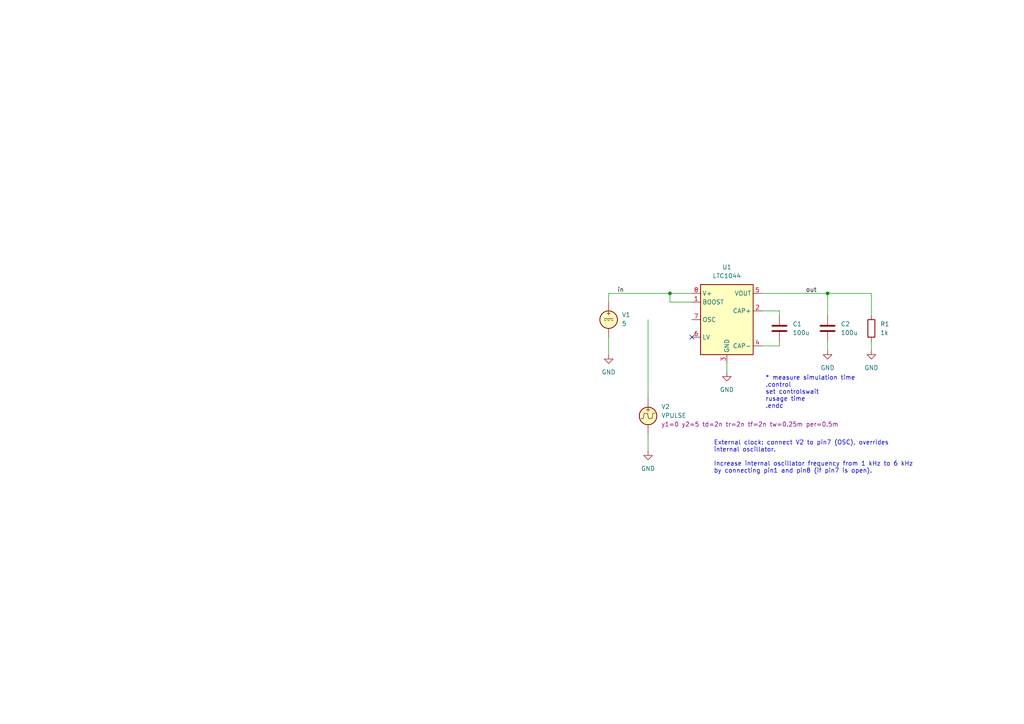
<source format=kicad_sch>
(kicad_sch (version 20231120) (generator "eeschema") (generator_version "8.0")
  (paper "A4")
  (lib_symbols
    (symbol "Device:C" (pin_numbers hide) (pin_names (offset 0.254))
      (property "Reference" "C" (at 0.635 2.54 0))
      (property "Value" "C" (at 0.635 -2.54 0))
      (symbol "C_0_1"
        (polyline (pts (xy -2.032 -0.762) (xy 2.032 -0.762)) (stroke (width 0.508)))
        (polyline (pts (xy -2.032 0.762) (xy 2.032 0.762)) (stroke (width 0.508)))
      )
      (symbol "C_1_1"
        (pin passive line (at 0 3.81 270) (length 2.794) (name "~") (number "1"))
        (pin passive line (at 0 -3.81 90) (length 2.794) (name "~") (number "2"))
      )
    )
    (symbol "Device:R" (pin_numbers hide) (pin_names (offset 0))
      (property "Reference" "R" (at 2.032 0 90))
      (property "Value" "R" (at 0 0 90))
      (symbol "R_0_1"
        (rectangle (start -1.016 -2.54) (end 1.016 2.54) (stroke (width 0.254)))
      )
      (symbol "R_1_1"
        (pin passive line (at 0 3.81 270) (length 1.27) (name "~") (number "1"))
        (pin passive line (at 0 -3.81 90) (length 1.27) (name "~") (number "2"))
      )
    )
    (symbol "Regulator_SwitchedCapacitor:LTC1044"
      (property "Reference" "U" (at -6.35 11.43 0))
      (property "Value" "LTC1044" (at 3.81 11.43 0))
      (symbol "LTC1044_0_1"
        (rectangle (start -7.62 10.16) (end 7.62 -10.16) (stroke (width 0.254)) (fill (type background)))
      )
      (symbol "LTC1044_1_1"
        (pin input line (at -10.16 5.08 0) (length 2.54) (name "BOOST") (number "1"))
        (pin input line (at 10.16 2.54 180) (length 2.54) (name "CAP+") (number "2"))
        (pin power_in line (at 0 -12.7 90) (length 2.54) (name "GND") (number "3"))
        (pin input line (at 10.16 -7.62 180) (length 2.54) (name "CAP-") (number "4"))
        (pin power_out line (at 10.16 7.62 180) (length 2.54) (name "VOUT") (number "5"))
        (pin input line (at -10.16 -5.08 0) (length 2.54) (name "LV") (number "6"))
        (pin input line (at -10.16 0 0) (length 2.54) (name "OSC") (number "7"))
        (pin power_in line (at -10.16 7.62 0) (length 2.54) (name "V+") (number "8"))
      )
    )
    (symbol "Simulation_SPICE:VDC" (pin_numbers hide) (pin_names (offset 0.0254))
      (property "Reference" "V" (at 2.54 2.54 0))
      (property "Value" "1" (at 2.54 0 0))
      (symbol "VDC_0_0"
        (polyline (pts (xy -1.27 0.254) (xy 1.27 0.254)))
        (polyline (pts (xy -0.762 -0.254) (xy -1.27 -0.254)))
        (polyline (pts (xy 0.254 -0.254) (xy -0.254 -0.254)))
        (polyline (pts (xy 1.27 -0.254) (xy 0.762 -0.254)))
        (text "+" (at 0 1.905 0) (effects (font (size 1.27 1.27))))
      )
      (symbol "VDC_0_1"
        (circle (center 0 0) (radius 2.54) (stroke (width 0.254)) (fill (type background)))
      )
      (symbol "VDC_1_1"
        (pin passive line (at 0 5.08 270) (length 2.54) (name "~") (number "1"))
        (pin passive line (at 0 -5.08 90) (length 2.54) (name "~") (number "2"))
      )
    )
    (symbol "Simulation_SPICE:VPULSE" (pin_numbers hide) (pin_names (offset 0.0254))
      (property "Reference" "V" (at 2.54 2.54 0))
      (property "Value" "VPULSE" (at 2.54 0 0))
      (property "Sim.Params" "y1=0 y2=1 td=2n tr=2n tf=2n tw=50n per=100n" (at 2.54 -2.54 0))
      (symbol "VPULSE_0_0"
        (polyline (pts (xy -2.032 -0.762) (xy -1.397 -0.762) (xy -1.143 0.762) (xy -0.127 0.762) (xy 0.127 -0.762) (xy 1.143 -0.762) (xy 1.397 0.762) (xy 2.032 0.762)))
        (text "+" (at 0 1.905 0) (effects (font (size 1.27 1.27))))
      )
      (symbol "VPULSE_0_1"
        (circle (center 0 0) (radius 2.54) (stroke (width 0.254)) (fill (type background)))
      )
      (symbol "VPULSE_1_1"
        (pin passive line (at 0 5.08 270) (length 2.54) (name "~") (number "1"))
        (pin passive line (at 0 -5.08 90) (length 2.54) (name "~") (number "2"))
      )
    )
    (symbol "power:GND" (power) (pin_names (offset 0))
      (property "Value" "GND" (at 0 -3.81 0))
      (symbol "GND_0_1"
        (polyline (pts (xy 0 0) (xy 0 -1.27) (xy 1.27 -1.27) (xy 0 -2.54) (xy -1.27 -1.27) (xy 0 -1.27)))
      )
      (symbol "GND_1_1"
        (pin power_in line (at 0 0 270) (length 0) hide (name "GND") (number "1"))
      )
    )
  )
  (junction (at 240.03 85.09))
  (junction (at 194.31 85.09))
  (no_connect (at 200.66 97.79))
  (wire (pts (xy 187.96 125.73) (xy 187.96 130.81)))
  (wire (pts (xy 240.03 99.06) (xy 240.03 101.6)))
  (wire (pts (xy 187.96 115.57) (xy 187.96 92.71)))
  (wire (pts (xy 226.06 100.33) (xy 220.98 100.33)))
  (wire (pts (xy 194.31 85.09) (xy 200.66 85.09)))
  (wire (pts (xy 220.98 85.09) (xy 240.03 85.09)))
  (wire (pts (xy 194.31 87.63) (xy 200.66 87.63)))
  (wire (pts (xy 240.03 85.09) (xy 240.03 91.44)))
  (wire (pts (xy 226.06 99.06) (xy 226.06 100.33)))
  (wire (pts (xy 252.73 91.44) (xy 252.73 85.09)))
  (wire (pts (xy 176.53 87.63) (xy 176.53 85.09)))
  (wire (pts (xy 194.31 87.63) (xy 194.31 85.09)))
  (wire (pts (xy 220.98 90.17) (xy 226.06 90.17)))
  (wire (pts (xy 176.53 85.09) (xy 194.31 85.09)))
  (wire (pts (xy 226.06 90.17) (xy 226.06 91.44)))
  (wire (pts (xy 210.82 105.41) (xy 210.82 107.95)))
  (wire (pts (xy 252.73 99.06) (xy 252.73 101.6)))
  (wire (pts (xy 252.73 85.09) (xy 240.03 85.09)))
  (wire (pts (xy 176.53 97.79) (xy 176.53 102.87)))
  (text "* measure simulation time\n.control\nset controlswait\nrusage time\n.endc" (at 221.996 113.792 0) (effects (font (size 1.27 1.27)) (justify left)))
  (text "External clock: connect V2 to pin7 (OSC), overrides\ninternal oscillator.\n\nIncrease internal oscillator frequency from 1 kHz to 6 kHz\nby connecting pin1 and pin8 (if pin7 is open)." (at 207.01 132.588 0) (effects (font (size 1.27 1.27)) (justify left)))
  (label "out" (at 233.68 85.09 0))
  (label "in" (at 179.07 85.09 0))
  (symbol (lib_id "power:GND") (at 252.73 101.6 0) (unit 1)
    (property "Reference" "#PWR04" (effects (hide yes)))
    (property "Value" "GND" (at 252.73 106.68 0))
    (property "Description" "Power symbol creates a global label with name \"GND\" , ground" (effects (hide yes)))
  )
  (symbol (lib_id "Simulation_SPICE:VPULSE") (at 187.96 120.65 0) (unit 1)
    (property "Reference" "V2" (at 191.77 117.9801 0) (effects (justify left)))
    (property "Value" "VPULSE" (at 191.77 120.5201 0) (effects (justify left)))
    (property "Datasheet" "https://ngspice.sourceforge.io/docs/ngspice-html-manual/manual.xhtml#sec_Independent_Sources_for" (effects (hide yes)))
    (property "Description" "Voltage source, pulse" (effects (hide yes)))
    (property "Sim.Pins" "1=+ 2=-" (effects (hide yes)))
    (property "Sim.Type" "PULSE" (effects (hide yes)))
    (property "Sim.Device" "V" (effects (hide yes)))
    (property "Sim.Params" "y1=0 y2=5 td=2n tr=2n tf=2n tw=0.25m per=0.5m" (at 191.77 123.0601 0) (effects (justify left)))
  )
  (symbol (lib_id "Device:C") (at 226.06 95.25 0) (unit 1)
    (property "Reference" "C1" (at 229.87 93.9799 0) (effects (justify left)))
    (property "Value" "100u" (at 229.87 96.5199 0) (effects (justify left)))
    (property "Description" "Unpolarized capacitor" (effects (hide yes)))
  )
  (symbol (lib_id "Simulation_SPICE:VDC") (at 176.53 92.71 0) (unit 1)
    (property "Reference" "V1" (at 180.34 91.3101 0) (effects (justify left)))
    (property "Value" "5" (at 180.34 93.8501 0) (effects (justify left)))
    (property "Datasheet" "https://ngspice.sourceforge.io/docs/ngspice-html-manual/manual.xhtml#sec_Independent_Sources_for" (effects (hide yes)))
    (property "Description" "Voltage source, DC" (effects (hide yes)))
    (property "Sim.Pins" "1=+ 2=-" (effects (hide yes)))
    (property "Sim.Type" "DC" (effects (hide yes)))
    (property "Sim.Device" "V" (effects (hide yes)))
  )
  (symbol (lib_id "power:GND") (at 187.96 130.81 0) (unit 1)
    (property "Reference" "#PWR05" (effects (hide yes)))
    (property "Value" "GND" (at 187.96 135.89 0))
    (property "Description" "Power symbol creates a global label with name \"GND\" , ground" (effects (hide yes)))
  )
  (symbol (lib_id "power:GND") (at 210.82 107.95 0) (unit 1)
    (property "Reference" "#PWR02" (effects (hide yes)))
    (property "Value" "GND" (at 210.82 113.03 0))
    (property "Description" "Power symbol creates a global label with name \"GND\" , ground" (effects (hide yes)))
  )
  (symbol (lib_id "power:GND") (at 240.03 101.6 0) (unit 1)
    (property "Reference" "#PWR03" (effects (hide yes)))
    (property "Value" "GND" (at 240.03 106.68 0))
    (property "Description" "Power symbol creates a global label with name \"GND\" , ground" (effects (hide yes)))
  )
  (symbol (lib_id "Regulator_SwitchedCapacitor:LTC1044") (at 210.82 92.71 0) (unit 1)
    (property "Reference" "U1" (at 210.82 77.47 0))
    (property "Value" "LTC1044" (at 210.82 80.01 0))
    (property "Datasheet" "https://www.analog.com/media/en/technical-documentation/data-sheets/lt1044.pdf" (effects (hide yes)))
    (property "Description" "Switched Capacitor Voltage Converter, 1.5V to 9V supply operation, 200uA Max No Load Supply Current at 5V, DIP-8/TO-99" (effects (hide yes)))
    (property "Sim.Library" "LTC1044.lib" (effects (hide yes)))
    (property "Sim.Name" "LTC1044HV" (effects (hide yes)))
    (property "Sim.Device" "SUBCKT" (effects (hide yes)))
    (property "Sim.Pins" "1=pin1 2=pin2 3=pin3 4=pin4 5=pin5 6=pin6 7=pin7 8=pin8" (effects (hide yes)))
  )
  (symbol (lib_id "Device:R") (at 252.73 95.25 0) (unit 1)
    (property "Reference" "R1" (at 255.27 93.9799 0) (effects (justify left)))
    (property "Value" "1k" (at 255.27 96.5199 0) (effects (justify left)))
    (property "Description" "Resistor" (effects (hide yes)))
  )
  (symbol (lib_id "power:GND") (at 176.53 102.87 0) (unit 1)
    (property "Reference" "#PWR01" (effects (hide yes)))
    (property "Value" "GND" (at 176.53 107.95 0))
    (property "Description" "Power symbol creates a global label with name \"GND\" , ground" (effects (hide yes)))
  )
  (symbol (lib_id "Device:C") (at 240.03 95.25 0) (unit 1)
    (property "Reference" "C2" (at 243.84 93.9799 0) (effects (justify left)))
    (property "Value" "100u" (at 243.84 96.5199 0) (effects (justify left)))
    (property "Description" "Unpolarized capacitor" (effects (hide yes)))
  )
)
</source>
